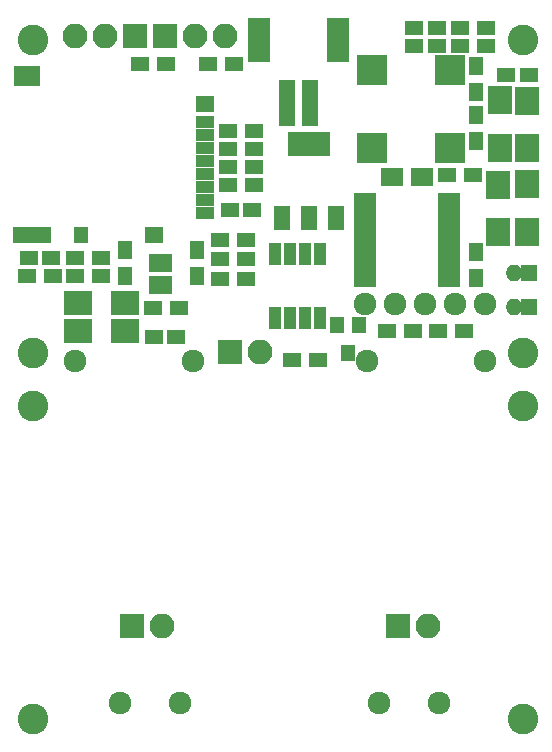
<source format=gbs>
G04 #@! TF.FileFunction,Soldermask,Bot*
%FSLAX46Y46*%
G04 Gerber Fmt 4.6, Leading zero omitted, Abs format (unit mm)*
G04 Created by KiCad (PCBNEW 4.0.1-stable) date 2019/02/07 19:56:50*
%MOMM*%
G01*
G04 APERTURE LIST*
%ADD10C,0.100000*%
%ADD11C,2.600000*%
%ADD12R,2.400000X2.000000*%
%ADD13R,1.600000X1.150000*%
%ADD14R,1.900000X1.650000*%
%ADD15R,2.000000X2.400000*%
%ADD16R,1.300000X1.600000*%
%ADD17R,1.600000X1.300000*%
%ADD18R,2.100000X2.100000*%
%ADD19O,2.100000X2.100000*%
%ADD20R,1.400000X1.400000*%
%ADD21O,1.400000X1.400000*%
%ADD22R,1.400000X3.900000*%
%ADD23R,1.900000X3.800000*%
%ADD24C,1.924000*%
%ADD25R,1.200000X1.400000*%
%ADD26R,2.600000X2.600000*%
%ADD27R,1.600000X1.100000*%
%ADD28R,1.600000X1.400000*%
%ADD29R,3.200000X1.400000*%
%ADD30R,2.300000X1.700000*%
%ADD31R,1.925000X0.850000*%
%ADD32R,0.800000X1.600000*%
%ADD33R,1.350000X2.150000*%
%ADD34R,3.600000X2.150000*%
%ADD35R,1.100000X1.925000*%
G04 APERTURE END LIST*
D10*
D11*
X81700000Y-91750000D03*
X123250000Y-91750000D03*
X123250000Y-118250000D03*
X81750000Y-118250000D03*
D12*
X85500000Y-114050000D03*
X89500000Y-114050000D03*
X85500000Y-116400000D03*
X89500000Y-116400000D03*
D13*
X91950000Y-116950000D03*
X93850000Y-116950000D03*
X98400000Y-106150000D03*
X100300000Y-106150000D03*
D14*
X112150000Y-103400000D03*
X114650000Y-103400000D03*
D13*
X121800000Y-94750000D03*
X123700000Y-94750000D03*
X115900000Y-90800000D03*
X114000000Y-90800000D03*
X81350000Y-110200000D03*
X83250000Y-110200000D03*
D15*
X123550000Y-100950000D03*
X123550000Y-96950000D03*
D13*
X115900000Y-92300000D03*
X114000000Y-92300000D03*
D15*
X123550000Y-104000000D03*
X123550000Y-108000000D03*
X121100000Y-104050000D03*
X121100000Y-108050000D03*
X121250000Y-100900000D03*
X121250000Y-96900000D03*
D16*
X119250000Y-100300000D03*
X119250000Y-98100000D03*
D17*
X116750000Y-103250000D03*
X118950000Y-103250000D03*
X117900000Y-90800000D03*
X120100000Y-90800000D03*
X117900000Y-92300000D03*
X120100000Y-92300000D03*
D16*
X119200000Y-111950000D03*
X119200000Y-109750000D03*
D17*
X99750000Y-112000000D03*
X97550000Y-112000000D03*
X85300000Y-111800000D03*
X87500000Y-111800000D03*
D18*
X92870000Y-91430000D03*
D19*
X95410000Y-91430000D03*
X97950000Y-91430000D03*
D18*
X90330000Y-91430000D03*
D19*
X87790000Y-91430000D03*
X85250000Y-91430000D03*
D20*
X123700000Y-111500000D03*
D21*
X122430000Y-111500000D03*
D20*
X123700000Y-114400000D03*
D21*
X122430000Y-114400000D03*
D16*
X119250000Y-93950000D03*
X119250000Y-96150000D03*
D22*
X103200000Y-97150000D03*
X105200000Y-97150000D03*
D23*
X107550000Y-91800000D03*
X100850000Y-91800000D03*
D18*
X98400000Y-118200000D03*
D19*
X100940000Y-118200000D03*
D24*
X95300000Y-119000000D03*
X85300000Y-119000000D03*
X110000000Y-119000000D03*
X120000000Y-119000000D03*
D25*
X107450000Y-115900000D03*
X109350000Y-115900000D03*
X108400000Y-118300000D03*
D17*
X105900000Y-118900000D03*
X103700000Y-118900000D03*
X90750000Y-93800000D03*
X92950000Y-93800000D03*
X100450000Y-99450000D03*
X98250000Y-99450000D03*
X100450000Y-101000000D03*
X98250000Y-101000000D03*
X100450000Y-102550000D03*
X98250000Y-102550000D03*
X100450000Y-104100000D03*
X98250000Y-104100000D03*
X96550000Y-93800000D03*
X98750000Y-93800000D03*
X116000000Y-116400000D03*
X118200000Y-116400000D03*
X111700000Y-116400000D03*
X113900000Y-116400000D03*
X81200000Y-111800000D03*
X83400000Y-111800000D03*
X99750000Y-110300000D03*
X97550000Y-110300000D03*
D16*
X95600000Y-111800000D03*
X95600000Y-109600000D03*
D17*
X94100000Y-114450000D03*
X91900000Y-114450000D03*
X85300000Y-110200000D03*
X87500000Y-110200000D03*
D16*
X89500000Y-111800000D03*
X89500000Y-109600000D03*
D17*
X99750000Y-108700000D03*
X97550000Y-108700000D03*
D26*
X117000000Y-100950000D03*
X110400000Y-100950000D03*
X110400000Y-94350000D03*
X117000000Y-94350000D03*
D27*
X96300000Y-106425000D03*
X96300000Y-105325000D03*
X96300000Y-104225000D03*
X96300000Y-103125000D03*
X96300000Y-102025000D03*
X96300000Y-100925000D03*
X96300000Y-99825000D03*
X96300000Y-98725000D03*
D28*
X96300000Y-97175000D03*
X92000000Y-108325000D03*
D25*
X85800000Y-108325000D03*
D29*
X81650000Y-108325000D03*
D30*
X81200000Y-94825000D03*
D31*
X116962000Y-105125000D03*
X116962000Y-105775000D03*
X116962000Y-106425000D03*
X116962000Y-107075000D03*
X116962000Y-107725000D03*
X116962000Y-108375000D03*
X116962000Y-109025000D03*
X116962000Y-109675000D03*
X116962000Y-110325000D03*
X116962000Y-110975000D03*
X116962000Y-111625000D03*
X116962000Y-112275000D03*
X109838000Y-112275000D03*
X109838000Y-111625000D03*
X109838000Y-110975000D03*
X109838000Y-110325000D03*
X109838000Y-109675000D03*
X109838000Y-109025000D03*
X109838000Y-108375000D03*
X109838000Y-107725000D03*
X109838000Y-107075000D03*
X109838000Y-106425000D03*
X109838000Y-105775000D03*
X109838000Y-105125000D03*
D24*
X109800000Y-114100000D03*
X112340000Y-114100000D03*
X114880000Y-114100000D03*
X117420000Y-114100000D03*
X119960000Y-114100000D03*
D32*
X91850000Y-110650000D03*
X92500000Y-110650000D03*
X93150000Y-110650000D03*
X93150000Y-112550000D03*
X92500000Y-112550000D03*
X91850000Y-112550000D03*
D33*
X107400000Y-106850000D03*
X105100000Y-106850000D03*
X102800000Y-106850000D03*
D34*
X105100000Y-100550000D03*
D35*
X102195000Y-109938000D03*
X103465000Y-109938000D03*
X104735000Y-109938000D03*
X106005000Y-109938000D03*
X106005000Y-115362000D03*
X104735000Y-115362000D03*
X103465000Y-115362000D03*
X102195000Y-115362000D03*
D11*
X123250000Y-122750000D03*
X123250000Y-149250000D03*
X81700000Y-149250000D03*
X81750000Y-122750000D03*
D24*
X89060000Y-147900000D03*
X94140000Y-147900000D03*
X111060000Y-147900000D03*
X116140000Y-147900000D03*
D18*
X90100000Y-141400000D03*
D19*
X92640000Y-141400000D03*
D18*
X112600000Y-141400000D03*
D19*
X115140000Y-141400000D03*
M02*

</source>
